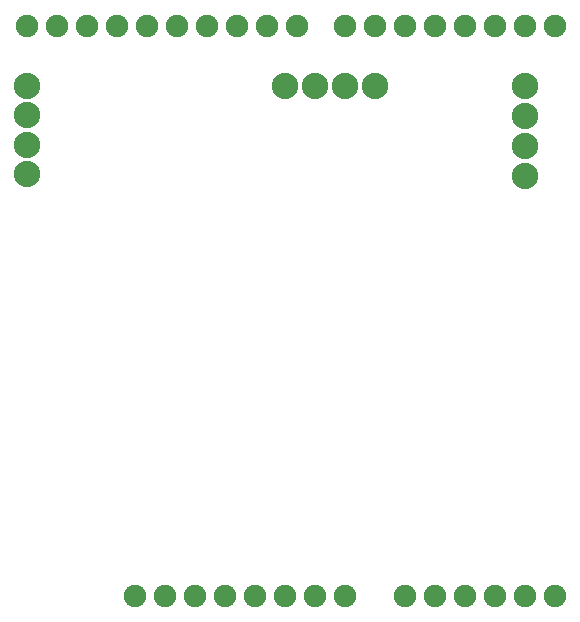
<source format=gbs>
G04 MADE WITH FRITZING*
G04 WWW.FRITZING.ORG*
G04 DOUBLE SIDED*
G04 HOLES PLATED*
G04 CONTOUR ON CENTER OF CONTOUR VECTOR*
%ASAXBY*%
%FSLAX23Y23*%
%MOIN*%
%OFA0B0*%
%SFA1.0B1.0*%
%ADD10C,0.075278*%
%ADD11C,0.088000*%
%LNMASK0*%
G90*
G70*
G54D10*
X2101Y103D03*
X2201Y103D03*
X2301Y103D03*
X2401Y103D03*
X2501Y103D03*
X1641Y2003D03*
X1541Y2003D03*
X1441Y2003D03*
X1341Y2003D03*
X1241Y2003D03*
X1141Y2003D03*
X1041Y2003D03*
X941Y2003D03*
X841Y2003D03*
X741Y2003D03*
X2501Y2003D03*
X2401Y2003D03*
X2301Y2003D03*
X2201Y2003D03*
X2101Y2003D03*
X2001Y2003D03*
X1901Y2003D03*
X1801Y2003D03*
X1201Y103D03*
X1101Y103D03*
X1301Y103D03*
X1401Y103D03*
X1501Y103D03*
X1601Y103D03*
X1701Y103D03*
X1801Y103D03*
X2001Y103D03*
G54D11*
X2401Y1803D03*
X2401Y1703D03*
X2401Y1603D03*
X2401Y1503D03*
X1901Y1803D03*
X1801Y1803D03*
X1701Y1803D03*
X1601Y1803D03*
X741Y1508D03*
X741Y1607D03*
X741Y1705D03*
X741Y1803D03*
G04 End of Mask0*
M02*
</source>
